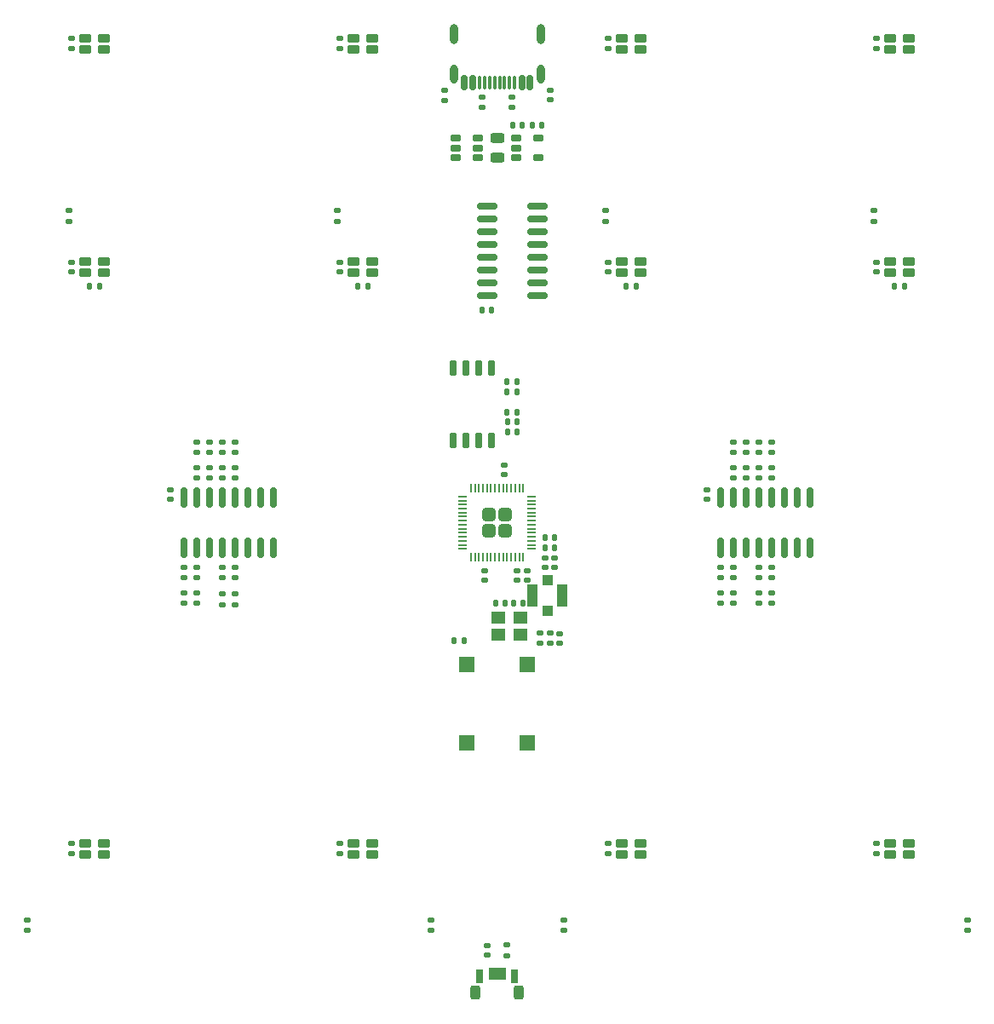
<source format=gbr>
%TF.GenerationSoftware,KiCad,Pcbnew,6.0.7-f9a2dced07~116~ubuntu22.04.1*%
%TF.CreationDate,2022-11-18T16:56:15+01:00*%
%TF.ProjectId,edge_plating_test,65646765-5f70-46c6-9174-696e675f7465,rev?*%
%TF.SameCoordinates,Original*%
%TF.FileFunction,Paste,Top*%
%TF.FilePolarity,Positive*%
%FSLAX46Y46*%
G04 Gerber Fmt 4.6, Leading zero omitted, Abs format (unit mm)*
G04 Created by KiCad (PCBNEW 6.0.7-f9a2dced07~116~ubuntu22.04.1) date 2022-11-18 16:56:15*
%MOMM*%
%LPD*%
G01*
G04 APERTURE LIST*
G04 Aperture macros list*
%AMRoundRect*
0 Rectangle with rounded corners*
0 $1 Rounding radius*
0 $2 $3 $4 $5 $6 $7 $8 $9 X,Y pos of 4 corners*
0 Add a 4 corners polygon primitive as box body*
4,1,4,$2,$3,$4,$5,$6,$7,$8,$9,$2,$3,0*
0 Add four circle primitives for the rounded corners*
1,1,$1+$1,$2,$3*
1,1,$1+$1,$4,$5*
1,1,$1+$1,$6,$7*
1,1,$1+$1,$8,$9*
0 Add four rect primitives between the rounded corners*
20,1,$1+$1,$2,$3,$4,$5,0*
20,1,$1+$1,$4,$5,$6,$7,0*
20,1,$1+$1,$6,$7,$8,$9,0*
20,1,$1+$1,$8,$9,$2,$3,0*%
G04 Aperture macros list end*
%ADD10RoundRect,0.140000X-0.170000X0.140000X-0.170000X-0.140000X0.170000X-0.140000X0.170000X0.140000X0*%
%ADD11RoundRect,0.140000X0.170000X-0.140000X0.170000X0.140000X-0.170000X0.140000X-0.170000X-0.140000X0*%
%ADD12RoundRect,0.135000X-0.135000X-0.185000X0.135000X-0.185000X0.135000X0.185000X-0.135000X0.185000X0*%
%ADD13RoundRect,0.225000X-0.375000X-0.225000X0.375000X-0.225000X0.375000X0.225000X-0.375000X0.225000X0*%
%ADD14RoundRect,0.135000X0.185000X-0.135000X0.185000X0.135000X-0.185000X0.135000X-0.185000X-0.135000X0*%
%ADD15RoundRect,0.140000X-0.140000X-0.170000X0.140000X-0.170000X0.140000X0.170000X-0.140000X0.170000X0*%
%ADD16RoundRect,0.135000X-0.185000X0.135000X-0.185000X-0.135000X0.185000X-0.135000X0.185000X0.135000X0*%
%ADD17RoundRect,0.249999X0.395001X0.395001X-0.395001X0.395001X-0.395001X-0.395001X0.395001X-0.395001X0*%
%ADD18RoundRect,0.050000X0.387500X0.050000X-0.387500X0.050000X-0.387500X-0.050000X0.387500X-0.050000X0*%
%ADD19RoundRect,0.050000X0.050000X0.387500X-0.050000X0.387500X-0.050000X-0.387500X0.050000X-0.387500X0*%
%ADD20O,0.800000X1.900000*%
%ADD21RoundRect,0.150000X0.150000X0.575000X-0.150000X0.575000X-0.150000X-0.575000X0.150000X-0.575000X0*%
%ADD22RoundRect,0.170000X0.000000X0.555000X0.000000X0.555000X0.000000X-0.555000X0.000000X-0.555000X0*%
%ADD23O,0.800000X2.000000*%
%ADD24RoundRect,0.150000X0.150000X-0.825000X0.150000X0.825000X-0.150000X0.825000X-0.150000X-0.825000X0*%
%ADD25RoundRect,0.140000X0.140000X0.170000X-0.140000X0.170000X-0.140000X-0.170000X0.140000X-0.170000X0*%
%ADD26RoundRect,0.147500X0.172500X-0.147500X0.172500X0.147500X-0.172500X0.147500X-0.172500X-0.147500X0*%
%ADD27R,1.500000X1.500000*%
%ADD28RoundRect,0.150000X0.825000X0.150000X-0.825000X0.150000X-0.825000X-0.150000X0.825000X-0.150000X0*%
%ADD29RoundRect,0.135000X0.135000X0.185000X-0.135000X0.185000X-0.135000X-0.185000X0.135000X-0.185000X0*%
%ADD30RoundRect,0.162500X-0.367500X-0.162500X0.367500X-0.162500X0.367500X0.162500X-0.367500X0.162500X0*%
%ADD31RoundRect,0.250000X0.250000X-0.450000X0.250000X0.450000X-0.250000X0.450000X-0.250000X-0.450000X0*%
%ADD32R,1.700000X1.200000*%
%ADD33R,0.700000X1.400000*%
%ADD34RoundRect,0.243750X-0.456250X0.243750X-0.456250X-0.243750X0.456250X-0.243750X0.456250X0.243750X0*%
%ADD35R,1.000000X1.000000*%
%ADD36R,1.050000X2.200000*%
%ADD37RoundRect,0.150000X-0.150000X0.650000X-0.150000X-0.650000X0.150000X-0.650000X0.150000X0.650000X0*%
%ADD38R,1.400000X1.200000*%
G04 APERTURE END LIST*
D10*
%TO.C,C23*%
X70155000Y-104473000D03*
X70155000Y-105433000D03*
%TD*%
D11*
%TO.C,C20*%
X73965000Y-95527000D03*
X73965000Y-94567000D03*
%TD*%
D12*
%TO.C,R8*%
X59485000Y-76505000D03*
X60505000Y-76505000D03*
%TD*%
D13*
%TO.C,D14*%
X87565000Y-132935000D03*
X87565000Y-131835000D03*
X85765000Y-131835000D03*
X85765000Y-132935000D03*
%TD*%
D14*
%TO.C,R26*%
X126035000Y-93017000D03*
X126035000Y-91997000D03*
%TD*%
D12*
%TO.C,R33*%
X86155000Y-76505000D03*
X87175000Y-76505000D03*
%TD*%
D15*
%TO.C,C705*%
X101020000Y-90000000D03*
X101980000Y-90000000D03*
%TD*%
%TO.C,C602*%
X101520000Y-60500000D03*
X102480000Y-60500000D03*
%TD*%
D11*
%TO.C,C707*%
X106250000Y-111980000D03*
X106250000Y-111020000D03*
%TD*%
D10*
%TO.C,C35*%
X67488000Y-96726000D03*
X67488000Y-97686000D03*
%TD*%
%TO.C,C14*%
X84379000Y-131905000D03*
X84379000Y-132865000D03*
%TD*%
D11*
%TO.C,C28*%
X127305000Y-95527000D03*
X127305000Y-94567000D03*
%TD*%
D10*
%TO.C,C1*%
X57709000Y-51895000D03*
X57709000Y-52855000D03*
%TD*%
D16*
%TO.C,R601*%
X94750000Y-56990000D03*
X94750000Y-58010000D03*
%TD*%
D10*
%TO.C,C16*%
X137719000Y-131905000D03*
X137719000Y-132865000D03*
%TD*%
D16*
%TO.C,R30*%
X127305000Y-107008400D03*
X127305000Y-108028400D03*
%TD*%
%TO.C,R603*%
X98500000Y-57740000D03*
X98500000Y-58760000D03*
%TD*%
D17*
%TO.C,U701*%
X99200000Y-100800000D03*
X100800000Y-100800000D03*
X99200000Y-99200000D03*
X100800000Y-99200000D03*
D18*
X103437500Y-102600000D03*
X103437500Y-102200000D03*
X103437500Y-101800000D03*
X103437500Y-101400000D03*
X103437500Y-101000000D03*
X103437500Y-100600000D03*
X103437500Y-100200000D03*
X103437500Y-99800000D03*
X103437500Y-99400000D03*
X103437500Y-99000000D03*
X103437500Y-98600000D03*
X103437500Y-98200000D03*
X103437500Y-97800000D03*
X103437500Y-97400000D03*
D19*
X102600000Y-96562500D03*
X102200000Y-96562500D03*
X101800000Y-96562500D03*
X101400000Y-96562500D03*
X101000000Y-96562500D03*
X100600000Y-96562500D03*
X100200000Y-96562500D03*
X99800000Y-96562500D03*
X99400000Y-96562500D03*
X99000000Y-96562500D03*
X98600000Y-96562500D03*
X98200000Y-96562500D03*
X97800000Y-96562500D03*
X97400000Y-96562500D03*
D18*
X96562500Y-97400000D03*
X96562500Y-97800000D03*
X96562500Y-98200000D03*
X96562500Y-98600000D03*
X96562500Y-99000000D03*
X96562500Y-99400000D03*
X96562500Y-99800000D03*
X96562500Y-100200000D03*
X96562500Y-100600000D03*
X96562500Y-101000000D03*
X96562500Y-101400000D03*
X96562500Y-101800000D03*
X96562500Y-102200000D03*
X96562500Y-102600000D03*
D19*
X97400000Y-103437500D03*
X97800000Y-103437500D03*
X98200000Y-103437500D03*
X98600000Y-103437500D03*
X99000000Y-103437500D03*
X99400000Y-103437500D03*
X99800000Y-103437500D03*
X100200000Y-103437500D03*
X100600000Y-103437500D03*
X101000000Y-103437500D03*
X101400000Y-103437500D03*
X101800000Y-103437500D03*
X102200000Y-103437500D03*
X102600000Y-103437500D03*
%TD*%
D10*
%TO.C,C715*%
X102000000Y-104770000D03*
X102000000Y-105730000D03*
%TD*%
D16*
%TO.C,R32*%
X126035000Y-107008400D03*
X126035000Y-108028400D03*
%TD*%
D14*
%TO.C,R17*%
X71425000Y-93017000D03*
X71425000Y-91997000D03*
%TD*%
D16*
%TO.C,R31*%
X123495000Y-106957600D03*
X123495000Y-107977600D03*
%TD*%
%TO.C,R16*%
X146736000Y-139495000D03*
X146736000Y-140515000D03*
%TD*%
D11*
%TO.C,C19*%
X70155000Y-95527000D03*
X70155000Y-94567000D03*
%TD*%
D20*
%TO.C,J601*%
X104320000Y-55380000D03*
D21*
X103250000Y-56295000D03*
X102450000Y-56295000D03*
D22*
X101750000Y-56295000D03*
X101250000Y-56295000D03*
X100750000Y-56295000D03*
X100250000Y-56295000D03*
X99750000Y-56295000D03*
D21*
X96750000Y-56295000D03*
D22*
X98250000Y-56295000D03*
X98750000Y-56295000D03*
X99250000Y-56295000D03*
D21*
X97550000Y-56295000D03*
D20*
X95680000Y-55380000D03*
D23*
X95680000Y-51450000D03*
X104320000Y-51450000D03*
%TD*%
D16*
%TO.C,R705*%
X105250000Y-110990000D03*
X105250000Y-112010000D03*
%TD*%
%TO.C,R23*%
X70155000Y-106983000D03*
X70155000Y-108003000D03*
%TD*%
D15*
%TO.C,C706*%
X101020000Y-91000000D03*
X101980000Y-91000000D03*
%TD*%
D24*
%TO.C,U1*%
X68885000Y-102475000D03*
X70155000Y-102475000D03*
X71425000Y-102475000D03*
X72695000Y-102475000D03*
X73965000Y-102475000D03*
X75235000Y-102475000D03*
X76505000Y-102475000D03*
X77775000Y-102475000D03*
X77775000Y-97525000D03*
X76505000Y-97525000D03*
X75235000Y-97525000D03*
X73965000Y-97525000D03*
X72695000Y-97525000D03*
X71425000Y-97525000D03*
X70155000Y-97525000D03*
X68885000Y-97525000D03*
%TD*%
D11*
%TO.C,C26*%
X124765000Y-95527000D03*
X124765000Y-94567000D03*
%TD*%
D16*
%TO.C,R21*%
X68885000Y-106983000D03*
X68885000Y-108003000D03*
%TD*%
D14*
%TO.C,R28*%
X127305000Y-93017000D03*
X127305000Y-91997000D03*
%TD*%
D25*
%TO.C,C33*%
X99480000Y-78887500D03*
X98520000Y-78887500D03*
%TD*%
D10*
%TO.C,C32*%
X126035000Y-104473000D03*
X126035000Y-105433000D03*
%TD*%
D13*
%TO.C,D7*%
X114235000Y-75150000D03*
X114235000Y-74050000D03*
X112435000Y-74050000D03*
X112435000Y-75150000D03*
%TD*%
D11*
%TO.C,C25*%
X126035000Y-95527000D03*
X126035000Y-94567000D03*
%TD*%
D10*
%TO.C,C21*%
X68885000Y-104473000D03*
X68885000Y-105433000D03*
%TD*%
D16*
%TO.C,R14*%
X93396000Y-139495000D03*
X93396000Y-140515000D03*
%TD*%
D11*
%TO.C,C701*%
X105750000Y-104480000D03*
X105750000Y-103520000D03*
%TD*%
D14*
%TO.C,R20*%
X73965000Y-93017000D03*
X73965000Y-91997000D03*
%TD*%
D26*
%TO.C,L701*%
X104750000Y-104470000D03*
X104750000Y-103500000D03*
%TD*%
D10*
%TO.C,C13*%
X57709000Y-131905000D03*
X57709000Y-132865000D03*
%TD*%
%TO.C,C3*%
X111049000Y-51895000D03*
X111049000Y-52855000D03*
%TD*%
%TO.C,C29*%
X122225000Y-104473000D03*
X122225000Y-105433000D03*
%TD*%
D13*
%TO.C,D8*%
X140905000Y-75150000D03*
X140905000Y-74050000D03*
X139105000Y-74050000D03*
X139105000Y-75150000D03*
%TD*%
D10*
%TO.C,C2*%
X84379000Y-51895000D03*
X84379000Y-52855000D03*
%TD*%
D14*
%TO.C,R27*%
X123495000Y-93017000D03*
X123495000Y-91997000D03*
%TD*%
D12*
%TO.C,R703*%
X100990000Y-89000000D03*
X102010000Y-89000000D03*
%TD*%
D14*
%TO.C,R10*%
X84125000Y-70030000D03*
X84125000Y-69010000D03*
%TD*%
D10*
%TO.C,C52*%
X120828000Y-96726000D03*
X120828000Y-97686000D03*
%TD*%
D11*
%TO.C,C18*%
X71425000Y-95527000D03*
X71425000Y-94567000D03*
%TD*%
D13*
%TO.C,D5*%
X60895000Y-75150000D03*
X60895000Y-74050000D03*
X59095000Y-74050000D03*
X59095000Y-75150000D03*
%TD*%
D16*
%TO.C,R24*%
X72695000Y-107110000D03*
X72695000Y-108130000D03*
%TD*%
D27*
%TO.C,SW701*%
X103000000Y-121900000D03*
X103000000Y-114100000D03*
%TD*%
D13*
%TO.C,D16*%
X140905000Y-132935000D03*
X140905000Y-131835000D03*
X139105000Y-131835000D03*
X139105000Y-132935000D03*
%TD*%
%TO.C,D13*%
X60895000Y-132935000D03*
X60895000Y-131835000D03*
X59095000Y-131835000D03*
X59095000Y-132935000D03*
%TD*%
D28*
%TO.C,U3*%
X103975000Y-77445000D03*
X103975000Y-76175000D03*
X103975000Y-74905000D03*
X103975000Y-73635000D03*
X103975000Y-72365000D03*
X103975000Y-71095000D03*
X103975000Y-69825000D03*
X103975000Y-68555000D03*
X99025000Y-68555000D03*
X99025000Y-69825000D03*
X99025000Y-71095000D03*
X99025000Y-72365000D03*
X99025000Y-73635000D03*
X99025000Y-74905000D03*
X99025000Y-76175000D03*
X99025000Y-77445000D03*
%TD*%
D13*
%TO.C,D6*%
X87565000Y-75150000D03*
X87565000Y-74050000D03*
X85765000Y-74050000D03*
X85765000Y-75150000D03*
%TD*%
D29*
%TO.C,R702*%
X102010000Y-86000000D03*
X100990000Y-86000000D03*
%TD*%
D10*
%TO.C,C6*%
X84379000Y-74120000D03*
X84379000Y-75080000D03*
%TD*%
%TO.C,C5*%
X57709000Y-74120000D03*
X57709000Y-75080000D03*
%TD*%
D14*
%TO.C,R19*%
X70155000Y-93017000D03*
X70155000Y-91997000D03*
%TD*%
D16*
%TO.C,R15*%
X106604000Y-139495000D03*
X106604000Y-140515000D03*
%TD*%
D10*
%TO.C,C714*%
X98750000Y-104770000D03*
X98750000Y-105730000D03*
%TD*%
D16*
%TO.C,R602*%
X101500000Y-57740000D03*
X101500000Y-58760000D03*
%TD*%
D27*
%TO.C,SW702*%
X97000000Y-121900000D03*
X97000000Y-114100000D03*
%TD*%
D14*
%TO.C,R706*%
X101000000Y-143010000D03*
X101000000Y-141990000D03*
%TD*%
D11*
%TO.C,C713*%
X100750000Y-95230000D03*
X100750000Y-94270000D03*
%TD*%
D30*
%TO.C,U602*%
X101900000Y-61800000D03*
X101900000Y-62750000D03*
X101900000Y-63700000D03*
X104100000Y-63700000D03*
X104100000Y-61800000D03*
%TD*%
D13*
%TO.C,D2*%
X87565000Y-52925000D03*
X87565000Y-51825000D03*
X85765000Y-51825000D03*
X85765000Y-52925000D03*
%TD*%
D30*
%TO.C,U601*%
X95900000Y-61800000D03*
X95900000Y-62750000D03*
X95900000Y-63700000D03*
X98100000Y-63700000D03*
X98100000Y-62750000D03*
X98100000Y-61800000D03*
%TD*%
D25*
%TO.C,C704*%
X100830000Y-108000000D03*
X99870000Y-108000000D03*
%TD*%
D16*
%TO.C,R22*%
X73965000Y-107110000D03*
X73965000Y-108130000D03*
%TD*%
D10*
%TO.C,C716*%
X103000000Y-104770000D03*
X103000000Y-105730000D03*
%TD*%
D12*
%TO.C,R37*%
X139495000Y-76505000D03*
X140515000Y-76505000D03*
%TD*%
D10*
%TO.C,C30*%
X127305000Y-104473000D03*
X127305000Y-105433000D03*
%TD*%
D14*
%TO.C,R34*%
X110795000Y-70030000D03*
X110795000Y-69010000D03*
%TD*%
D10*
%TO.C,C7*%
X111049000Y-74120000D03*
X111049000Y-75080000D03*
%TD*%
%TO.C,C24*%
X72695000Y-104473000D03*
X72695000Y-105433000D03*
%TD*%
D11*
%TO.C,C17*%
X72695000Y-95527000D03*
X72695000Y-94567000D03*
%TD*%
D10*
%TO.C,C4*%
X137719000Y-51895000D03*
X137719000Y-52855000D03*
%TD*%
D13*
%TO.C,D1*%
X60895000Y-52925000D03*
X60895000Y-51825000D03*
X59095000Y-51825000D03*
X59095000Y-52925000D03*
%TD*%
D11*
%TO.C,C27*%
X123495000Y-95527000D03*
X123495000Y-94567000D03*
%TD*%
D13*
%TO.C,D15*%
X114235000Y-132935000D03*
X114235000Y-131835000D03*
X112435000Y-131835000D03*
X112435000Y-132935000D03*
%TD*%
D15*
%TO.C,C603*%
X103520000Y-60500000D03*
X104480000Y-60500000D03*
%TD*%
D29*
%TO.C,R701*%
X102010000Y-87000000D03*
X100990000Y-87000000D03*
%TD*%
D31*
%TO.C,SW703*%
X102150000Y-146700000D03*
X97850000Y-146700000D03*
D32*
X100000000Y-144800000D03*
D33*
X101700000Y-145100000D03*
X98300000Y-145100000D03*
%TD*%
D16*
%TO.C,R29*%
X122225000Y-106983000D03*
X122225000Y-108003000D03*
%TD*%
D34*
%TO.C,L601*%
X100000000Y-61812500D03*
X100000000Y-63687500D03*
%TD*%
D15*
%TO.C,C712*%
X104770000Y-101500000D03*
X105730000Y-101500000D03*
%TD*%
D14*
%TO.C,R4*%
X57455000Y-70030000D03*
X57455000Y-69010000D03*
%TD*%
D10*
%TO.C,C22*%
X73965000Y-104473000D03*
X73965000Y-105433000D03*
%TD*%
D16*
%TO.C,R704*%
X104250000Y-110990000D03*
X104250000Y-112010000D03*
%TD*%
D12*
%TO.C,R707*%
X95740000Y-111750000D03*
X96760000Y-111750000D03*
%TD*%
D15*
%TO.C,C703*%
X101620000Y-108000000D03*
X102580000Y-108000000D03*
%TD*%
D10*
%TO.C,C708*%
X99000000Y-142020000D03*
X99000000Y-142980000D03*
%TD*%
D13*
%TO.C,D3*%
X114235000Y-52925000D03*
X114235000Y-51825000D03*
X112435000Y-51825000D03*
X112435000Y-52925000D03*
%TD*%
D14*
%TO.C,R36*%
X137465000Y-70030000D03*
X137465000Y-69010000D03*
%TD*%
D12*
%TO.C,R35*%
X112825000Y-76505000D03*
X113845000Y-76505000D03*
%TD*%
D35*
%TO.C,J701*%
X105000000Y-105750000D03*
D36*
X103525000Y-107250000D03*
D35*
X105000000Y-108750000D03*
D36*
X106475000Y-107250000D03*
%TD*%
D14*
%TO.C,R25*%
X124765000Y-93017000D03*
X124765000Y-91997000D03*
%TD*%
D10*
%TO.C,C31*%
X123495000Y-104473000D03*
X123495000Y-105433000D03*
%TD*%
%TO.C,C601*%
X105250000Y-57020000D03*
X105250000Y-57980000D03*
%TD*%
D16*
%TO.C,R13*%
X53264000Y-139495000D03*
X53264000Y-140515000D03*
%TD*%
D37*
%TO.C,U702*%
X99405000Y-84650000D03*
X98135000Y-84650000D03*
X96865000Y-84650000D03*
X95595000Y-84650000D03*
X95595000Y-91850000D03*
X96865000Y-91850000D03*
X98135000Y-91850000D03*
X99405000Y-91850000D03*
%TD*%
D14*
%TO.C,R18*%
X72695000Y-93017000D03*
X72695000Y-91997000D03*
%TD*%
D13*
%TO.C,D4*%
X140905000Y-52925000D03*
X140905000Y-51825000D03*
X139105000Y-51825000D03*
X139105000Y-52925000D03*
%TD*%
D10*
%TO.C,C8*%
X137719000Y-74120000D03*
X137719000Y-75080000D03*
%TD*%
D15*
%TO.C,C702*%
X104770000Y-102500000D03*
X105730000Y-102500000D03*
%TD*%
D24*
%TO.C,U2*%
X122225000Y-102475000D03*
X123495000Y-102475000D03*
X124765000Y-102475000D03*
X126035000Y-102475000D03*
X127305000Y-102475000D03*
X128575000Y-102475000D03*
X129845000Y-102475000D03*
X131115000Y-102475000D03*
X131115000Y-97525000D03*
X129845000Y-97525000D03*
X128575000Y-97525000D03*
X127305000Y-97525000D03*
X126035000Y-97525000D03*
X124765000Y-97525000D03*
X123495000Y-97525000D03*
X122225000Y-97525000D03*
%TD*%
D38*
%TO.C,Y701*%
X102350000Y-109400000D03*
X100150000Y-109400000D03*
X100150000Y-111100000D03*
X102350000Y-111100000D03*
%TD*%
D10*
%TO.C,C15*%
X111049000Y-131905000D03*
X111049000Y-132865000D03*
%TD*%
M02*

</source>
